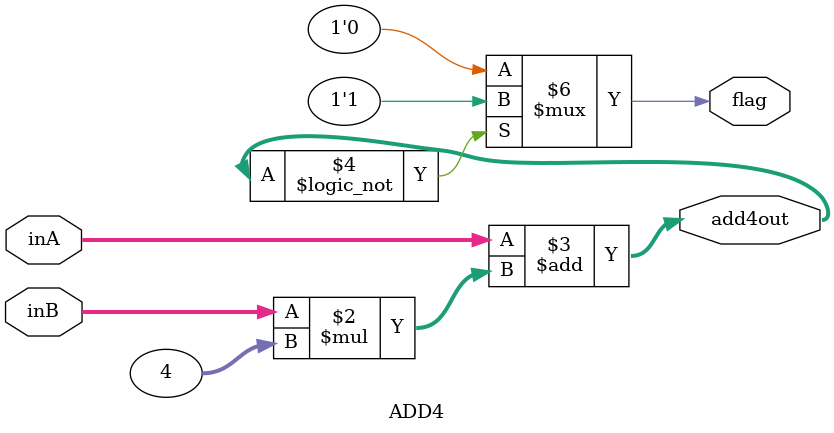
<source format=v>
`timescale 1ns / 1ps


module ADD4(inA, inB, add4out, flag);
    input [31:0] inA;
    input [31:0] inB;
    output reg [31:0] add4out;
    output reg flag;
    
    always@(*) begin
        add4out = inA+(inB*4);
        if(add4out==0)
            flag = 1;
        else
            flag = 0;
    end
endmodule
</source>
